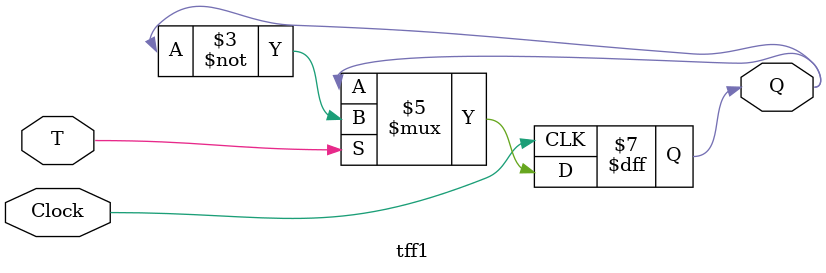
<source format=v>
module q3_2(clock, q);
input clock;
output [3: 0]q;
tff1 stage0(1, clock, q[0]);
wire temp1, temp2, temp3;
assign temp1 = 1 & q[0];
tff1 stage1(temp1, clock, q[1]);
assign temp2 = temp1 & q[1];
tff1 stage2(temp2, clock, q[2]);
assign temp3 = temp2 & q[2];
tff1 stage3(temp3, clock, q[3]);
endmodule



module tff1(T, Clock, Q);
input T, Clock;
output Q;
reg Q;
always @(negedge Clock)
	begin
		if(!T)
			Q <= Q;
		else
			Q <= ~Q;
	end
endmodule

</source>
